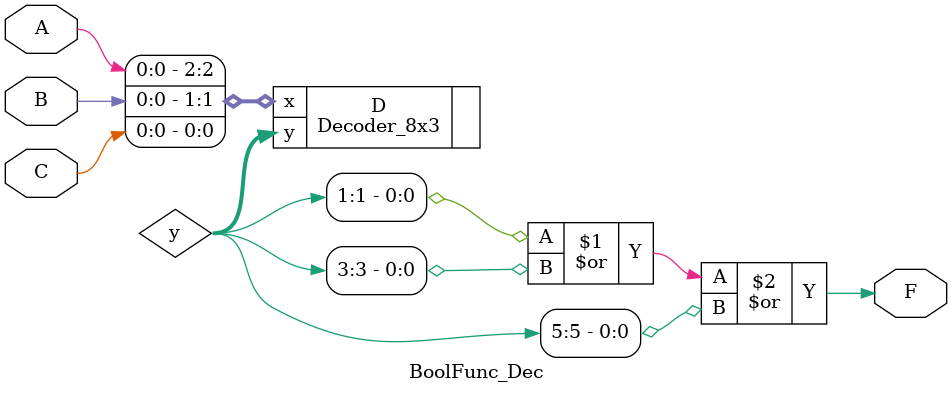
<source format=v>
`timescale 1ns / 1ps


module BoolFunc_Dec(output F, input A,B,C);
wire [2:0]w;
wire [7:0]y;

    //Logic
    Decoder_8x3 D(.y(y), .x({A,B,C}));
    
    or o(F,y[1],y[3],y[5]);
    
endmodule

</source>
